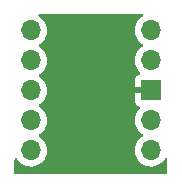
<source format=gbr>
%TF.GenerationSoftware,KiCad,Pcbnew,(6.0.1)*%
%TF.CreationDate,2022-04-14T01:05:28-05:00*%
%TF.ProjectId,DRV2605LDGSR,44525632-3630-4354-9c44-4753522e6b69,rev?*%
%TF.SameCoordinates,Original*%
%TF.FileFunction,Copper,L2,Bot*%
%TF.FilePolarity,Positive*%
%FSLAX46Y46*%
G04 Gerber Fmt 4.6, Leading zero omitted, Abs format (unit mm)*
G04 Created by KiCad (PCBNEW (6.0.1)) date 2022-04-14 01:05:28*
%MOMM*%
%LPD*%
G01*
G04 APERTURE LIST*
%TA.AperFunction,ComponentPad*%
%ADD10O,1.700000X1.700000*%
%TD*%
%TA.AperFunction,ComponentPad*%
%ADD11R,1.700000X1.700000*%
%TD*%
G04 APERTURE END LIST*
D10*
%TO.P,J2,1,Pin_1*%
%TO.N,/VDD*%
X154940000Y-58420000D03*
%TO.P,J2,2,Pin_2*%
%TO.N,/OUT-*%
X154940000Y-60960000D03*
D11*
%TO.P,J2,3,Pin_3*%
%TO.N,GND*%
X154940000Y-63500000D03*
D10*
%TO.P,J2,4,Pin_4*%
%TO.N,/OUT+*%
X154940000Y-66040000D03*
%TO.P,J2,5,Pin_5*%
%TO.N,/VDD_NC*%
X154940000Y-68580000D03*
%TD*%
%TO.P,J1,5,Pin_5*%
%TO.N,/EN*%
X144780000Y-68580000D03*
%TO.P,J1,4,Pin_4*%
%TO.N,/IN_TRIG*%
X144780000Y-66040000D03*
%TO.P,J1,3,Pin_3*%
%TO.N,/SDA*%
X144780000Y-63500000D03*
%TO.P,J1,2,Pin_2*%
%TO.N,/SCL*%
X144780000Y-60960000D03*
%TO.P,J1,1,Pin_1*%
%TO.N,/REG*%
X144780000Y-58420000D03*
%TD*%
%TA.AperFunction,Conductor*%
%TO.N,GND*%
G36*
X154234582Y-57043002D02*
G01*
X154281075Y-57096658D01*
X154291179Y-57166932D01*
X154261685Y-57231512D01*
X154224644Y-57260762D01*
X154213607Y-57266507D01*
X154209474Y-57269610D01*
X154209471Y-57269612D01*
X154185247Y-57287800D01*
X154034965Y-57400635D01*
X153880629Y-57562138D01*
X153754743Y-57746680D01*
X153660688Y-57949305D01*
X153600989Y-58164570D01*
X153577251Y-58386695D01*
X153577548Y-58391848D01*
X153577548Y-58391851D01*
X153583011Y-58486590D01*
X153590110Y-58609715D01*
X153591247Y-58614761D01*
X153591248Y-58614767D01*
X153611119Y-58702939D01*
X153639222Y-58827639D01*
X153723266Y-59034616D01*
X153761828Y-59097543D01*
X153837291Y-59220688D01*
X153839987Y-59225088D01*
X153986250Y-59393938D01*
X154158126Y-59536632D01*
X154228595Y-59577811D01*
X154231445Y-59579476D01*
X154280169Y-59631114D01*
X154293240Y-59700897D01*
X154266509Y-59766669D01*
X154226055Y-59800027D01*
X154213607Y-59806507D01*
X154209474Y-59809610D01*
X154209471Y-59809612D01*
X154185247Y-59827800D01*
X154034965Y-59940635D01*
X153880629Y-60102138D01*
X153754743Y-60286680D01*
X153660688Y-60489305D01*
X153600989Y-60704570D01*
X153577251Y-60926695D01*
X153577548Y-60931848D01*
X153577548Y-60931851D01*
X153583011Y-61026590D01*
X153590110Y-61149715D01*
X153591247Y-61154761D01*
X153591248Y-61154767D01*
X153611119Y-61242939D01*
X153639222Y-61367639D01*
X153723266Y-61574616D01*
X153761828Y-61637543D01*
X153837291Y-61760688D01*
X153839987Y-61765088D01*
X153986250Y-61933938D01*
X153990225Y-61937238D01*
X153990231Y-61937244D01*
X153995425Y-61941556D01*
X154035059Y-62000460D01*
X154036555Y-62071441D01*
X153999439Y-62131962D01*
X153959168Y-62156480D01*
X153851946Y-62196676D01*
X153836351Y-62205214D01*
X153734276Y-62281715D01*
X153721715Y-62294276D01*
X153645214Y-62396351D01*
X153636676Y-62411946D01*
X153591522Y-62532394D01*
X153587895Y-62547649D01*
X153582369Y-62598514D01*
X153582000Y-62605328D01*
X153582000Y-63227885D01*
X153586475Y-63243124D01*
X153587865Y-63244329D01*
X153595548Y-63246000D01*
X155068000Y-63246000D01*
X155136121Y-63266002D01*
X155182614Y-63319658D01*
X155194000Y-63372000D01*
X155194000Y-63628000D01*
X155173998Y-63696121D01*
X155120342Y-63742614D01*
X155068000Y-63754000D01*
X153600116Y-63754000D01*
X153584877Y-63758475D01*
X153583672Y-63759865D01*
X153582001Y-63767548D01*
X153582001Y-64394669D01*
X153582371Y-64401490D01*
X153587895Y-64452352D01*
X153591521Y-64467604D01*
X153636676Y-64588054D01*
X153645214Y-64603649D01*
X153721715Y-64705724D01*
X153734276Y-64718285D01*
X153836351Y-64794786D01*
X153851946Y-64803324D01*
X153960827Y-64844142D01*
X154017591Y-64886784D01*
X154042291Y-64953345D01*
X154027083Y-65022694D01*
X154007691Y-65049175D01*
X153884200Y-65178401D01*
X153880629Y-65182138D01*
X153754743Y-65366680D01*
X153660688Y-65569305D01*
X153600989Y-65784570D01*
X153577251Y-66006695D01*
X153577548Y-66011848D01*
X153577548Y-66011851D01*
X153583011Y-66106590D01*
X153590110Y-66229715D01*
X153591247Y-66234761D01*
X153591248Y-66234767D01*
X153611119Y-66322939D01*
X153639222Y-66447639D01*
X153723266Y-66654616D01*
X153761828Y-66717543D01*
X153837291Y-66840688D01*
X153839987Y-66845088D01*
X153986250Y-67013938D01*
X154158126Y-67156632D01*
X154228595Y-67197811D01*
X154231445Y-67199476D01*
X154280169Y-67251114D01*
X154293240Y-67320897D01*
X154266509Y-67386669D01*
X154226055Y-67420027D01*
X154213607Y-67426507D01*
X154209474Y-67429610D01*
X154209471Y-67429612D01*
X154185247Y-67447800D01*
X154034965Y-67560635D01*
X153880629Y-67722138D01*
X153754743Y-67906680D01*
X153660688Y-68109305D01*
X153600989Y-68324570D01*
X153577251Y-68546695D01*
X153577548Y-68551848D01*
X153577548Y-68551851D01*
X153583011Y-68646590D01*
X153590110Y-68769715D01*
X153591247Y-68774761D01*
X153591248Y-68774767D01*
X153611119Y-68862939D01*
X153639222Y-68987639D01*
X153723266Y-69194616D01*
X153761828Y-69257543D01*
X153837291Y-69380688D01*
X153839987Y-69385088D01*
X153986250Y-69553938D01*
X154158126Y-69696632D01*
X154351000Y-69809338D01*
X154559692Y-69889030D01*
X154564760Y-69890061D01*
X154564763Y-69890062D01*
X154672017Y-69911883D01*
X154778597Y-69933567D01*
X154783772Y-69933757D01*
X154783774Y-69933757D01*
X154996673Y-69941564D01*
X154996677Y-69941564D01*
X155001837Y-69941753D01*
X155006957Y-69941097D01*
X155006959Y-69941097D01*
X155218288Y-69914025D01*
X155218289Y-69914025D01*
X155223416Y-69913368D01*
X155228366Y-69911883D01*
X155432429Y-69850661D01*
X155432434Y-69850659D01*
X155437384Y-69849174D01*
X155637994Y-69750896D01*
X155819860Y-69621173D01*
X155978096Y-69463489D01*
X156037594Y-69380689D01*
X156108453Y-69282077D01*
X156110431Y-69283498D01*
X156155200Y-69242259D01*
X156225134Y-69230025D01*
X156290581Y-69257543D01*
X156330762Y-69316075D01*
X156337000Y-69355230D01*
X156337000Y-70486000D01*
X156316998Y-70554121D01*
X156263342Y-70600614D01*
X156211000Y-70612000D01*
X143509000Y-70612000D01*
X143440879Y-70591998D01*
X143394386Y-70538342D01*
X143383000Y-70486000D01*
X143383000Y-69347212D01*
X143403002Y-69279091D01*
X143456658Y-69232598D01*
X143526932Y-69222494D01*
X143591512Y-69251988D01*
X143616433Y-69281377D01*
X143679987Y-69385088D01*
X143826250Y-69553938D01*
X143998126Y-69696632D01*
X144191000Y-69809338D01*
X144399692Y-69889030D01*
X144404760Y-69890061D01*
X144404763Y-69890062D01*
X144512017Y-69911883D01*
X144618597Y-69933567D01*
X144623772Y-69933757D01*
X144623774Y-69933757D01*
X144836673Y-69941564D01*
X144836677Y-69941564D01*
X144841837Y-69941753D01*
X144846957Y-69941097D01*
X144846959Y-69941097D01*
X145058288Y-69914025D01*
X145058289Y-69914025D01*
X145063416Y-69913368D01*
X145068366Y-69911883D01*
X145272429Y-69850661D01*
X145272434Y-69850659D01*
X145277384Y-69849174D01*
X145477994Y-69750896D01*
X145659860Y-69621173D01*
X145818096Y-69463489D01*
X145877594Y-69380689D01*
X145945435Y-69286277D01*
X145948453Y-69282077D01*
X145960579Y-69257543D01*
X146045136Y-69086453D01*
X146045137Y-69086451D01*
X146047430Y-69081811D01*
X146112370Y-68868069D01*
X146141529Y-68646590D01*
X146143156Y-68580000D01*
X146124852Y-68357361D01*
X146070431Y-68140702D01*
X145981354Y-67935840D01*
X145860014Y-67748277D01*
X145709670Y-67583051D01*
X145705619Y-67579852D01*
X145705615Y-67579848D01*
X145538414Y-67447800D01*
X145538410Y-67447798D01*
X145534359Y-67444598D01*
X145493053Y-67421796D01*
X145443084Y-67371364D01*
X145428312Y-67301921D01*
X145453428Y-67235516D01*
X145480780Y-67208909D01*
X145524603Y-67177650D01*
X145659860Y-67081173D01*
X145818096Y-66923489D01*
X145877594Y-66840689D01*
X145945435Y-66746277D01*
X145948453Y-66742077D01*
X145960579Y-66717543D01*
X146045136Y-66546453D01*
X146045137Y-66546451D01*
X146047430Y-66541811D01*
X146112370Y-66328069D01*
X146141529Y-66106590D01*
X146143156Y-66040000D01*
X146124852Y-65817361D01*
X146070431Y-65600702D01*
X145981354Y-65395840D01*
X145860014Y-65208277D01*
X145709670Y-65043051D01*
X145705619Y-65039852D01*
X145705615Y-65039848D01*
X145538414Y-64907800D01*
X145538410Y-64907798D01*
X145534359Y-64904598D01*
X145493053Y-64881796D01*
X145443084Y-64831364D01*
X145428312Y-64761921D01*
X145453428Y-64695516D01*
X145480780Y-64668909D01*
X145524603Y-64637650D01*
X145659860Y-64541173D01*
X145818096Y-64383489D01*
X145948453Y-64202077D01*
X146047430Y-64001811D01*
X146112370Y-63788069D01*
X146141529Y-63566590D01*
X146143156Y-63500000D01*
X146124852Y-63277361D01*
X146070431Y-63060702D01*
X145981354Y-62855840D01*
X145860014Y-62668277D01*
X145709670Y-62503051D01*
X145705619Y-62499852D01*
X145705615Y-62499848D01*
X145538414Y-62367800D01*
X145538410Y-62367798D01*
X145534359Y-62364598D01*
X145493053Y-62341796D01*
X145443084Y-62291364D01*
X145428312Y-62221921D01*
X145453428Y-62155516D01*
X145480780Y-62128909D01*
X145524603Y-62097650D01*
X145659860Y-62001173D01*
X145684323Y-61976796D01*
X145814435Y-61847137D01*
X145818096Y-61843489D01*
X145877594Y-61760689D01*
X145945435Y-61666277D01*
X145948453Y-61662077D01*
X145960579Y-61637543D01*
X146045136Y-61466453D01*
X146045137Y-61466451D01*
X146047430Y-61461811D01*
X146112370Y-61248069D01*
X146141529Y-61026590D01*
X146143156Y-60960000D01*
X146124852Y-60737361D01*
X146070431Y-60520702D01*
X145981354Y-60315840D01*
X145860014Y-60128277D01*
X145709670Y-59963051D01*
X145705619Y-59959852D01*
X145705615Y-59959848D01*
X145538414Y-59827800D01*
X145538410Y-59827798D01*
X145534359Y-59824598D01*
X145493053Y-59801796D01*
X145443084Y-59751364D01*
X145428312Y-59681921D01*
X145453428Y-59615516D01*
X145480780Y-59588909D01*
X145524603Y-59557650D01*
X145659860Y-59461173D01*
X145818096Y-59303489D01*
X145877594Y-59220689D01*
X145945435Y-59126277D01*
X145948453Y-59122077D01*
X145960579Y-59097543D01*
X146045136Y-58926453D01*
X146045137Y-58926451D01*
X146047430Y-58921811D01*
X146112370Y-58708069D01*
X146141529Y-58486590D01*
X146143156Y-58420000D01*
X146124852Y-58197361D01*
X146070431Y-57980702D01*
X145981354Y-57775840D01*
X145860014Y-57588277D01*
X145709670Y-57423051D01*
X145705619Y-57419852D01*
X145705615Y-57419848D01*
X145538414Y-57287800D01*
X145538410Y-57287798D01*
X145534359Y-57284598D01*
X145488546Y-57259308D01*
X145438577Y-57208876D01*
X145423805Y-57139433D01*
X145448921Y-57073028D01*
X145505952Y-57030743D01*
X145549441Y-57023000D01*
X154166461Y-57023000D01*
X154234582Y-57043002D01*
G37*
%TD.AperFunction*%
%TD*%
M02*

</source>
